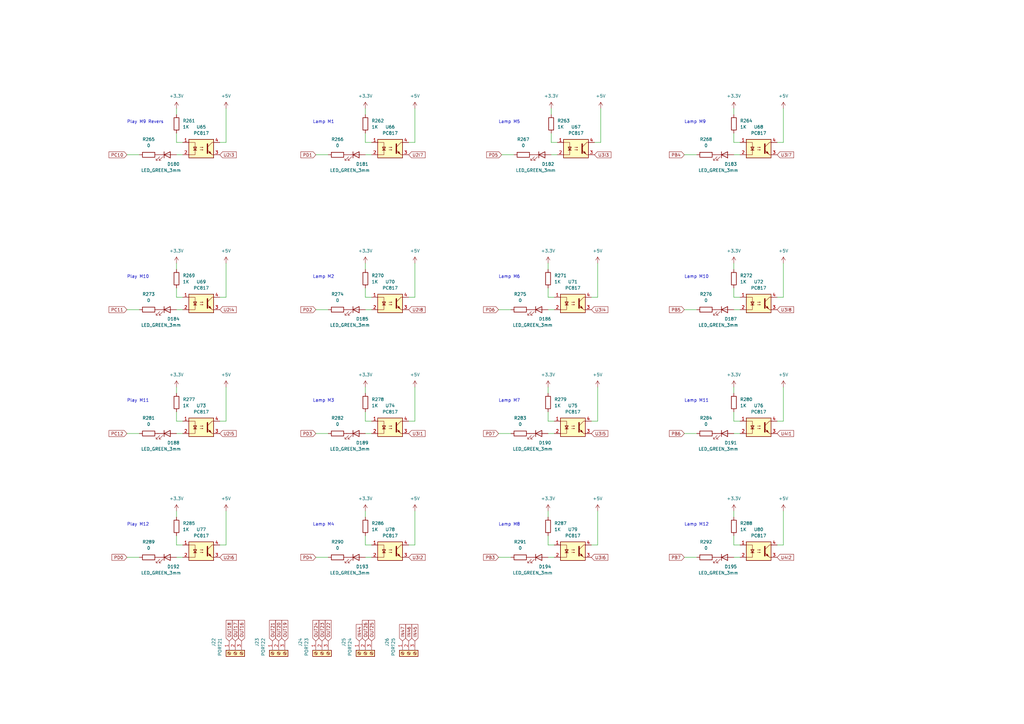
<source format=kicad_sch>
(kicad_sch (version 20211123) (generator eeschema)
  (paper "A3")
  (lib_symbols
    (symbol "Connector:Screw_Terminal_01x03" (pin_names (offset 1.016) hide)
      (property "Reference" "J" (at 0 5.08 0))
      (property "Value" "Screw_Terminal_01x03" (at 0 -5.08 0))
      (symbol "Screw_Terminal_01x03_1_1"
        (rectangle (start -1.27 3.81) (end 1.27 -3.81) (stroke (width 0.254)) (fill (type background)))
        (circle (center 0 -2.54) (radius 0.635) (stroke (width 0.1524)))
        (polyline (pts (xy -0.5334 -2.2098) (xy 0.3302 -3.048)) (stroke (width 0.1524)))
        (polyline (pts (xy -0.5334 0.3302) (xy 0.3302 -0.508)) (stroke (width 0.1524)))
        (polyline (pts (xy -0.5334 2.8702) (xy 0.3302 2.032)) (stroke (width 0.1524)))
        (polyline (pts (xy -0.3556 -2.032) (xy 0.508 -2.8702)) (stroke (width 0.1524)))
        (polyline (pts (xy -0.3556 0.508) (xy 0.508 -0.3302)) (stroke (width 0.1524)))
        (polyline (pts (xy -0.3556 3.048) (xy 0.508 2.2098)) (stroke (width 0.1524)))
        (circle (center 0 0) (radius 0.635) (stroke (width 0.1524)))
        (circle (center 0 2.54) (radius 0.635) (stroke (width 0.1524)))
        (pin passive line (at -5.08 2.54 0) (length 3.81) (name "Pin_1") (number "1"))
        (pin passive line (at -5.08 0 0) (length 3.81) (name "Pin_2") (number "2"))
        (pin passive line (at -5.08 -2.54 0) (length 3.81) (name "Pin_3") (number "3"))
      )
    )
    (symbol "Device:LED" (pin_numbers hide) (pin_names (offset 1.016) hide)
      (property "Reference" "D" (at 0 2.54 0))
      (property "Value" "LED" (at 0 -2.54 0))
      (symbol "LED_0_1"
        (polyline (pts (xy -1.27 -1.27) (xy -1.27 1.27)) (stroke (width 0.254)))
        (polyline (pts (xy -1.27 0) (xy 1.27 0)))
        (polyline (pts (xy 1.27 -1.27) (xy 1.27 1.27) (xy -1.27 0) (xy 1.27 -1.27)) (stroke (width 0.254)))
        (polyline (pts (xy -3.048 -0.762) (xy -4.572 -2.286) (xy -3.81 -2.286) (xy -4.572 -2.286) (xy -4.572 -1.524)))
        (polyline (pts (xy -1.778 -0.762) (xy -3.302 -2.286) (xy -2.54 -2.286) (xy -3.302 -2.286) (xy -3.302 -1.524)))
      )
      (symbol "LED_1_1"
        (pin passive line (at -3.81 0 0) (length 2.54) (name "K") (number "1"))
        (pin passive line (at 3.81 0 180) (length 2.54) (name "A") (number "2"))
      )
    )
    (symbol "Device:R" (pin_numbers hide) (pin_names (offset 0))
      (property "Reference" "R" (at 2.032 0 90))
      (property "Value" "R" (at 0 0 90))
      (symbol "R_0_1"
        (rectangle (start -1.016 -2.54) (end 1.016 2.54) (stroke (width 0.254)))
      )
      (symbol "R_1_1"
        (pin passive line (at 0 3.81 270) (length 1.27) (name "~") (number "1"))
        (pin passive line (at 0 -3.81 90) (length 1.27) (name "~") (number "2"))
      )
    )
    (symbol "Isolator:PC817" (pin_names (offset 1.016))
      (property "Reference" "U" (at -5.08 5.08 0))
      (property "Value" "PC817" (at 0 5.08 0))
      (symbol "PC817_0_1"
        (rectangle (start -5.08 3.81) (end 5.08 -3.81) (stroke (width 0.254)) (fill (type background)))
        (polyline (pts (xy -3.175 -0.635) (xy -1.905 -0.635)) (stroke (width 0.254)))
        (polyline (pts (xy 2.54 0.635) (xy 4.445 2.54)))
        (polyline (pts (xy 4.445 -2.54) (xy 2.54 -0.635)) (fill (type outline)))
        (polyline (pts (xy 4.445 -2.54) (xy 5.08 -2.54)))
        (polyline (pts (xy 4.445 2.54) (xy 5.08 2.54)))
        (polyline (pts (xy -5.08 2.54) (xy -2.54 2.54) (xy -2.54 -0.635)))
        (polyline (pts (xy -2.54 -0.635) (xy -2.54 -2.54) (xy -5.08 -2.54)))
        (polyline (pts (xy 2.54 1.905) (xy 2.54 -1.905) (xy 2.54 -1.905)) (stroke (width 0.508)))
        (polyline (pts (xy -2.54 -0.635) (xy -3.175 0.635) (xy -1.905 0.635) (xy -2.54 -0.635)) (stroke (width 0.254)))
        (polyline (pts (xy -0.508 -0.508) (xy 0.762 -0.508) (xy 0.381 -0.635) (xy 0.381 -0.381) (xy 0.762 -0.508)))
        (polyline (pts (xy -0.508 0.508) (xy 0.762 0.508) (xy 0.381 0.381) (xy 0.381 0.635) (xy 0.762 0.508)))
        (polyline (pts (xy 3.048 -1.651) (xy 3.556 -1.143) (xy 4.064 -2.159) (xy 3.048 -1.651) (xy 3.048 -1.651)) (fill (type outline)))
      )
      (symbol "PC817_1_1"
        (pin passive line (at -7.62 2.54 0) (length 2.54) (name "~") (number "1"))
        (pin passive line (at -7.62 -2.54 0) (length 2.54) (name "~") (number "2"))
        (pin passive line (at 7.62 -2.54 180) (length 2.54) (name "~") (number "3"))
        (pin passive line (at 7.62 2.54 180) (length 2.54) (name "~") (number "4"))
      )
    )
    (symbol "power:+3.3V" (power) (pin_names (offset 0))
      (property "Value" "+3.3V" (at 0 3.556 0))
      (symbol "+3.3V_0_1"
        (polyline (pts (xy -0.762 1.27) (xy 0 2.54)))
        (polyline (pts (xy 0 0) (xy 0 2.54)))
        (polyline (pts (xy 0 2.54) (xy 0.762 1.27)))
      )
      (symbol "+3.3V_1_1"
        (pin power_in line (at 0 0 90) (length 0) hide (name "+3.3V") (number "1"))
      )
    )
    (symbol "power:+5V" (power) (pin_names (offset 0))
      (property "Value" "+5V" (at 0 3.556 0))
      (symbol "+5V_0_1"
        (polyline (pts (xy -0.762 1.27) (xy 0 2.54)))
        (polyline (pts (xy 0 0) (xy 0 2.54)))
        (polyline (pts (xy 0 2.54) (xy 0.762 1.27)))
      )
      (symbol "+5V_1_1"
        (pin power_in line (at 0 0 90) (length 0) hide (name "+5V") (number "1"))
      )
    )
  )
  (wire (pts (xy 72.39 219.71) (xy 72.39 223.52)))
  (wire (pts (xy 90.17 58.42) (xy 92.71 58.42)))
  (wire (pts (xy 300.99 228.6) (xy 303.53 228.6)))
  (wire (pts (xy 72.39 58.42) (xy 74.93 58.42)))
  (wire (pts (xy 129.54 63.5) (xy 134.62 63.5)))
  (wire (pts (xy 321.31 107.95) (xy 321.31 121.92)))
  (wire (pts (xy 224.79 168.91) (xy 224.79 172.72)))
  (wire (pts (xy 224.79 127) (xy 227.33 127)))
  (wire (pts (xy 52.07 63.5) (xy 57.15 63.5)))
  (wire (pts (xy 242.57 223.52) (xy 245.11 223.52)))
  (wire (pts (xy 72.39 223.52) (xy 74.93 223.52)))
  (wire (pts (xy 300.99 58.42) (xy 303.53 58.42)))
  (wire (pts (xy 224.79 209.55) (xy 224.79 212.09)))
  (wire (pts (xy 224.79 177.8) (xy 227.33 177.8)))
  (wire (pts (xy 245.11 158.75) (xy 245.11 172.72)))
  (wire (pts (xy 300.99 44.45) (xy 300.99 46.99)))
  (wire (pts (xy 226.06 44.45) (xy 226.06 46.99)))
  (wire (pts (xy 300.99 107.95) (xy 300.99 110.49)))
  (wire (pts (xy 300.99 54.61) (xy 300.99 58.42)))
  (wire (pts (xy 246.38 44.45) (xy 246.38 58.42)))
  (wire (pts (xy 170.18 107.95) (xy 170.18 121.92)))
  (wire (pts (xy 242.57 172.72) (xy 245.11 172.72)))
  (wire (pts (xy 72.39 158.75) (xy 72.39 161.29)))
  (wire (pts (xy 149.86 58.42) (xy 152.4 58.42)))
  (wire (pts (xy 129.54 228.6) (xy 134.62 228.6)))
  (wire (pts (xy 226.06 54.61) (xy 226.06 58.42)))
  (wire (pts (xy 300.99 158.75) (xy 300.99 161.29)))
  (wire (pts (xy 149.86 172.72) (xy 152.4 172.72)))
  (wire (pts (xy 72.39 63.5) (xy 74.93 63.5)))
  (wire (pts (xy 224.79 107.95) (xy 224.79 110.49)))
  (wire (pts (xy 318.77 223.52) (xy 321.31 223.52)))
  (wire (pts (xy 149.86 107.95) (xy 149.86 110.49)))
  (wire (pts (xy 149.86 158.75) (xy 149.86 161.29)))
  (wire (pts (xy 321.31 158.75) (xy 321.31 172.72)))
  (wire (pts (xy 224.79 223.52) (xy 227.33 223.52)))
  (wire (pts (xy 72.39 172.72) (xy 74.93 172.72)))
  (wire (pts (xy 52.07 177.8) (xy 57.15 177.8)))
  (wire (pts (xy 243.84 58.42) (xy 246.38 58.42)))
  (wire (pts (xy 167.64 223.52) (xy 170.18 223.52)))
  (wire (pts (xy 300.99 172.72) (xy 303.53 172.72)))
  (wire (pts (xy 149.86 177.8) (xy 152.4 177.8)))
  (wire (pts (xy 149.86 121.92) (xy 152.4 121.92)))
  (wire (pts (xy 242.57 121.92) (xy 245.11 121.92)))
  (wire (pts (xy 92.71 107.95) (xy 92.71 121.92)))
  (wire (pts (xy 204.47 177.8) (xy 209.55 177.8)))
  (wire (pts (xy 72.39 209.55) (xy 72.39 212.09)))
  (wire (pts (xy 226.06 58.42) (xy 228.6 58.42)))
  (wire (pts (xy 72.39 228.6) (xy 74.93 228.6)))
  (wire (pts (xy 167.64 58.42) (xy 170.18 58.42)))
  (wire (pts (xy 300.99 63.5) (xy 303.53 63.5)))
  (wire (pts (xy 72.39 121.92) (xy 74.93 121.92)))
  (wire (pts (xy 72.39 168.91) (xy 72.39 172.72)))
  (wire (pts (xy 92.71 44.45) (xy 92.71 58.42)))
  (wire (pts (xy 72.39 107.95) (xy 72.39 110.49)))
  (wire (pts (xy 52.07 127) (xy 57.15 127)))
  (wire (pts (xy 224.79 121.92) (xy 227.33 121.92)))
  (wire (pts (xy 280.67 63.5) (xy 285.75 63.5)))
  (wire (pts (xy 90.17 172.72) (xy 92.71 172.72)))
  (wire (pts (xy 300.99 168.91) (xy 300.99 172.72)))
  (wire (pts (xy 149.86 168.91) (xy 149.86 172.72)))
  (wire (pts (xy 321.31 44.45) (xy 321.31 58.42)))
  (wire (pts (xy 170.18 209.55) (xy 170.18 223.52)))
  (wire (pts (xy 129.54 127) (xy 134.62 127)))
  (wire (pts (xy 72.39 54.61) (xy 72.39 58.42)))
  (wire (pts (xy 72.39 127) (xy 74.93 127)))
  (wire (pts (xy 300.99 209.55) (xy 300.99 212.09)))
  (wire (pts (xy 300.99 219.71) (xy 300.99 223.52)))
  (wire (pts (xy 149.86 44.45) (xy 149.86 46.99)))
  (wire (pts (xy 167.64 172.72) (xy 170.18 172.72)))
  (wire (pts (xy 72.39 44.45) (xy 72.39 46.99)))
  (wire (pts (xy 300.99 127) (xy 303.53 127)))
  (wire (pts (xy 280.67 177.8) (xy 285.75 177.8)))
  (wire (pts (xy 52.07 228.6) (xy 57.15 228.6)))
  (wire (pts (xy 224.79 228.6) (xy 227.33 228.6)))
  (wire (pts (xy 300.99 177.8) (xy 303.53 177.8)))
  (wire (pts (xy 149.86 118.11) (xy 149.86 121.92)))
  (wire (pts (xy 280.67 127) (xy 285.75 127)))
  (wire (pts (xy 245.11 107.95) (xy 245.11 121.92)))
  (wire (pts (xy 204.47 228.6) (xy 209.55 228.6)))
  (wire (pts (xy 90.17 121.92) (xy 92.71 121.92)))
  (wire (pts (xy 321.31 209.55) (xy 321.31 223.52)))
  (wire (pts (xy 318.77 172.72) (xy 321.31 172.72)))
  (wire (pts (xy 280.67 228.6) (xy 285.75 228.6)))
  (wire (pts (xy 92.71 158.75) (xy 92.71 172.72)))
  (wire (pts (xy 318.77 58.42) (xy 321.31 58.42)))
  (wire (pts (xy 72.39 118.11) (xy 72.39 121.92)))
  (wire (pts (xy 72.39 177.8) (xy 74.93 177.8)))
  (wire (pts (xy 149.86 228.6) (xy 152.4 228.6)))
  (wire (pts (xy 149.86 54.61) (xy 149.86 58.42)))
  (wire (pts (xy 90.17 223.52) (xy 92.71 223.52)))
  (wire (pts (xy 149.86 223.52) (xy 152.4 223.52)))
  (wire (pts (xy 224.79 158.75) (xy 224.79 161.29)))
  (wire (pts (xy 318.77 121.92) (xy 321.31 121.92)))
  (wire (pts (xy 149.86 209.55) (xy 149.86 212.09)))
  (wire (pts (xy 300.99 223.52) (xy 303.53 223.52)))
  (wire (pts (xy 149.86 127) (xy 152.4 127)))
  (wire (pts (xy 129.54 177.8) (xy 134.62 177.8)))
  (wire (pts (xy 205.74 63.5) (xy 210.82 63.5)))
  (wire (pts (xy 226.06 63.5) (xy 228.6 63.5)))
  (wire (pts (xy 300.99 118.11) (xy 300.99 121.92)))
  (wire (pts (xy 224.79 219.71) (xy 224.79 223.52)))
  (wire (pts (xy 170.18 44.45) (xy 170.18 58.42)))
  (wire (pts (xy 149.86 219.71) (xy 149.86 223.52)))
  (wire (pts (xy 170.18 158.75) (xy 170.18 172.72)))
  (wire (pts (xy 224.79 172.72) (xy 227.33 172.72)))
  (wire (pts (xy 245.11 209.55) (xy 245.11 223.52)))
  (wire (pts (xy 224.79 118.11) (xy 224.79 121.92)))
  (wire (pts (xy 300.99 121.92) (xy 303.53 121.92)))
  (wire (pts (xy 204.47 127) (xy 209.55 127)))
  (wire (pts (xy 149.86 63.5) (xy 152.4 63.5)))
  (wire (pts (xy 92.71 209.55) (xy 92.71 223.52)))
  (wire (pts (xy 167.64 121.92) (xy 170.18 121.92)))
  (text "Lamp M5" (at 204.47 50.8 0) (effects (font (size 1.27 1.27)) (justify left bottom)))
  (text "Lamp M12" (at 280.67 215.9 0) (effects (font (size 1.27 1.27)) (justify left bottom)))
  (text "Play M12" (at 52.07 215.9 0) (effects (font (size 1.27 1.27)) (justify left bottom)))
  (text "Lamp M1" (at 128.27 50.8 0) (effects (font (size 1.27 1.27)) (justify left bottom)))
  (text "Lamp M2" (at 128.27 114.3 0) (effects (font (size 1.27 1.27)) (justify left bottom)))
  (text "Lamp M10" (at 280.67 114.3 0) (effects (font (size 1.27 1.27)) (justify left bottom)))
  (text "Lamp M3" (at 128.27 165.1 0) (effects (font (size 1.27 1.27)) (justify left bottom)))
  (text "Lamp M6" (at 204.47 114.3 0) (effects (font (size 1.27 1.27)) (justify left bottom)))
  (text "Play M9 Revers" (at 52.07 50.8 0) (effects (font (size 1.27 1.27)) (justify left bottom)))
  (text "Lamp M4" (at 128.27 215.9 0) (effects (font (size 1.27 1.27)) (justify left bottom)))
  (text "Play M11" (at 52.07 165.1 0) (effects (font (size 1.27 1.27)) (justify left bottom)))
  (text "Lamp M7" (at 204.47 165.1 0) (effects (font (size 1.27 1.27)) (justify left bottom)))
  (text "Lamp M9" (at 280.67 50.8 0) (effects (font (size 1.27 1.27)) (justify left bottom)))
  (text "Lamp M11" (at 280.67 165.1 0) (effects (font (size 1.27 1.27)) (justify left bottom)))
  (text "Lamp M8" (at 204.47 215.9 0) (effects (font (size 1.27 1.27)) (justify left bottom)))
  (text "Play M10" (at 52.07 114.3 0) (effects (font (size 1.27 1.27)) (justify left bottom)))
  (global_label "IN47" (shape input) (at 165.1 262.89 90) (property "Intersheet References" "${INTERSHEET_REFS}" (effects hide)))
  (global_label "PD0" (shape input) (at 52.07 228.6 180) (property "Intersheet References" "${INTERSHEET_REFS}" (effects hide)))
  (global_label "PD6" (shape input) (at 204.47 127 180) (property "Intersheet References" "${INTERSHEET_REFS}" (effects hide)))
  (global_label "PB6" (shape input) (at 280.67 177.8 180) (property "Intersheet References" "${INTERSHEET_REFS}" (effects hide)))
  (global_label "PB4" (shape input) (at 280.67 63.5 180) (property "Intersheet References" "${INTERSHEET_REFS}" (effects hide)))
  (global_label "PC12" (shape input) (at 52.07 177.8 180) (property "Intersheet References" "${INTERSHEET_REFS}" (effects hide)))
  (global_label "OUT24" (shape input) (at 129.54 262.89 90) (property "Intersheet References" "${INTERSHEET_REFS}" (effects hide)))
  (global_label "U2I3" (shape input) (at 90.17 63.5 0) (property "Intersheet References" "${INTERSHEET_REFS}" (effects hide)))
  (global_label "OUT23" (shape input) (at 132.08 262.89 90) (property "Intersheet References" "${INTERSHEET_REFS}" (effects hide)))
  (global_label "U2I4" (shape input) (at 90.17 127 0) (property "Intersheet References" "${INTERSHEET_REFS}" (effects hide)))
  (global_label "PD2" (shape input) (at 129.54 127 180) (property "Intersheet References" "${INTERSHEET_REFS}" (effects hide)))
  (global_label "U4I2" (shape input) (at 318.77 228.6 0) (property "Intersheet References" "${INTERSHEET_REFS}" (effects hide)))
  (global_label "U2I6" (shape input) (at 90.17 228.6 0) (property "Intersheet References" "${INTERSHEET_REFS}" (effects hide)))
  (global_label "U3I7" (shape input) (at 318.77 63.5 0) (property "Intersheet References" "${INTERSHEET_REFS}" (effects hide)))
  (global_label "PD5" (shape input) (at 205.74 63.5 180) (property "Intersheet References" "${INTERSHEET_REFS}" (effects hide)))
  (global_label "U2I7" (shape input) (at 167.64 63.5 0) (property "Intersheet References" "${INTERSHEET_REFS}" (effects hide)))
  (global_label "PB3" (shape input) (at 204.47 228.6 180) (property "Intersheet References" "${INTERSHEET_REFS}" (effects hide)))
  (global_label "PD7" (shape input) (at 204.47 177.8 180) (property "Intersheet References" "${INTERSHEET_REFS}" (effects hide)))
  (global_label "U3I5" (shape input) (at 242.57 177.8 0) (property "Intersheet References" "${INTERSHEET_REFS}" (effects hide)))
  (global_label "OUT19" (shape input) (at 116.84 262.89 90) (property "Intersheet References" "${INTERSHEET_REFS}" (effects hide)))
  (global_label "U2I5" (shape input) (at 90.17 177.8 0) (property "Intersheet References" "${INTERSHEET_REFS}" (effects hide)))
  (global_label "PD1" (shape input) (at 129.54 63.5 180) (property "Intersheet References" "${INTERSHEET_REFS}" (effects hide)))
  (global_label "OUT16" (shape input) (at 99.06 262.89 90) (property "Intersheet References" "${INTERSHEET_REFS}" (effects hide)))
  (global_label "U4I1" (shape input) (at 318.77 177.8 0) (property "Intersheet References" "${INTERSHEET_REFS}" (effects hide)))
  (global_label "OUT18" (shape input) (at 93.98 262.89 90) (property "Intersheet References" "${INTERSHEET_REFS}" (effects hide)))
  (global_label "U3I8" (shape input) (at 318.77 127 0) (property "Intersheet References" "${INTERSHEET_REFS}" (effects hide)))
  (global_label "U3I3" (shape input) (at 243.84 63.5 0) (property "Intersheet References" "${INTERSHEET_REFS}" (effects hide)))
  (global_label "OUT17" (shape input) (at 96.52 262.89 90) (property "Intersheet References" "${INTERSHEET_REFS}" (effects hide)))
  (global_label "PC11" (shape input) (at 52.07 127 180) (property "Intersheet References" "${INTERSHEET_REFS}" (effects hide)))
  (global_label "PB7" (shape input) (at 280.67 228.6 180) (property "Intersheet References" "${INTERSHEET_REFS}" (effects hide)))
  (global_label "PD4" (shape input) (at 129.54 228.6 180) (property "Intersheet References" "${INTERSHEET_REFS}" (effects hide)))
  (global_label "U3I1" (shape input) (at 167.64 177.8 0) (property "Intersheet References" "${INTERSHEET_REFS}" (effects hide)))
  (global_label "OUT20" (shape input) (at 114.3 262.89 90) (property "Intersheet References" "${INTERSHEET_REFS}" (effects hide)))
  (global_label "OUT21" (shape input) (at 111.76 262.89 90) (property "Intersheet References" "${INTERSHEET_REFS}" (effects hide)))
  (global_label "PC10" (shape input) (at 52.07 63.5 180) (property "Intersheet References" "${INTERSHEET_REFS}" (effects hide)))
  (global_label "OUT26" (shape input) (at 149.86 262.89 90) (property "Intersheet References" "${INTERSHEET_REFS}" (effects hide)))
  (global_label "U3I2" (shape input) (at 167.64 228.6 0) (property "Intersheet References" "${INTERSHEET_REFS}" (effects hide)))
  (global_label "IN45" (shape input) (at 170.18 262.89 90) (property "Intersheet References" "${INTERSHEET_REFS}" (effects hide)))
  (global_label "OUT22" (shape input) (at 134.62 262.89 90) (property "Intersheet References" "${INTERSHEET_REFS}" (effects hide)))
  (global_label "PD3" (shape input) (at 129.54 177.8 180) (property "Intersheet References" "${INTERSHEET_REFS}" (effects hide)))
  (global_label "U2I8" (shape input) (at 167.64 127 0) (property "Intersheet References" "${INTERSHEET_REFS}" (effects hide)))
  (global_label "PB5" (shape input) (at 280.67 127 180) (property "Intersheet References" "${INTERSHEET_REFS}" (effects hide)))
  (global_label "OUT25" (shape input) (at 152.4 262.89 90) (property "Intersheet References" "${INTERSHEET_REFS}" (effects hide)))
  (global_label "U3I4" (shape input) (at 242.57 127 0) (property "Intersheet References" "${INTERSHEET_REFS}" (effects hide)))
  (global_label "IN44" (shape input) (at 147.32 262.89 90) (property "Intersheet References" "${INTERSHEET_REFS}" (effects hide)))
  (global_label "IN46" (shape input) (at 167.64 262.89 90) (property "Intersheet References" "${INTERSHEET_REFS}" (effects hide)))
  (global_label "U3I6" (shape input) (at 242.57 228.6 0) (property "Intersheet References" "${INTERSHEET_REFS}" (effects hide)))
  (symbol (lib_id "Device:R") (at 300.99 114.3 0) (unit 1)
    (property "Reference" "R272" (at 303.53 113.0299 0) (effects (justify left)))
    (property "Value" "1K" (at 303.53 115.5699 0) (effects (justify left)))
    (property "Footprint" "Resistor_SMD:R_0805_2012Metric" (effects hide))
  )
  (symbol (lib_id "power:+3.3V") (at 72.39 209.55 0) (unit 1)
    (property "Reference" "#PWR0165" (effects hide))
    (property "Value" "+3.3V" (at 72.39 204.47 0))
  )
  (symbol (lib_id "Isolator:PC817") (at 236.22 60.96 0) (unit 1)
    (property "Reference" "U67" (at 236.22 52.07 0))
    (property "Value" "PC817" (at 236.22 54.61 0))
    (property "Footprint" "Package_DIP:DIP-4_W7.62mm" (effects hide))
    (property "Datasheet" "http://www.soselectronic.cz/a_info/resource/d/pc817.pdf" (effects hide))
  )
  (symbol (lib_id "Device:LED") (at 222.25 63.5 0) (unit 1)
    (property "Reference" "D182" (at 224.79 67.31 0))
    (property "Value" "LED_GREEN_3mm" (at 219.71 69.85 0))
    (property "Footprint" "LED_THT:LED_D3.0mm" (effects hide))
  )
  (symbol (lib_id "Isolator:PC817") (at 234.95 175.26 0) (unit 1)
    (property "Reference" "U75" (at 234.95 166.37 0))
    (property "Value" "PC817" (at 234.95 168.91 0))
    (property "Footprint" "Package_DIP:DIP-4_W7.62mm" (effects hide))
    (property "Datasheet" "http://www.soselectronic.cz/a_info/resource/d/pc817.pdf" (effects hide))
  )
  (symbol (lib_id "power:+3.3V") (at 149.86 44.45 0) (unit 1)
    (property "Reference" "#PWR0143" (effects hide))
    (property "Value" "+3.3V" (at 149.86 39.37 0))
  )
  (symbol (lib_id "power:+3.3V") (at 149.86 158.75 0) (unit 1)
    (property "Reference" "#PWR0159" (effects hide))
    (property "Value" "+3.3V" (at 149.86 153.67 0))
  )
  (symbol (lib_id "Device:R") (at 214.63 63.5 90) (unit 1)
    (property "Reference" "R267" (at 214.63 57.15 90))
    (property "Value" "0" (at 214.63 59.69 90))
    (property "Footprint" "Resistor_SMD:R_0805_2012Metric" (effects hide))
  )
  (symbol (lib_id "power:+5V") (at 170.18 44.45 0) (unit 1)
    (property "Reference" "#PWR0144" (effects hide))
    (property "Value" "+5V" (at 170.18 39.37 0))
  )
  (symbol (lib_id "Device:R") (at 300.99 50.8 0) (unit 1)
    (property "Reference" "R264" (at 303.53 49.5299 0) (effects (justify left)))
    (property "Value" "1K" (at 303.53 52.0699 0) (effects (justify left)))
    (property "Footprint" "Resistor_SMD:R_0805_2012Metric" (effects hide))
  )
  (symbol (lib_id "Isolator:PC817") (at 82.55 124.46 0) (unit 1)
    (property "Reference" "U69" (at 82.55 115.57 0))
    (property "Value" "PC817" (at 82.55 118.11 0))
    (property "Footprint" "Package_DIP:DIP-4_W7.62mm" (effects hide))
    (property "Datasheet" "http://www.soselectronic.cz/a_info/resource/d/pc817.pdf" (effects hide))
  )
  (symbol (lib_id "Device:R") (at 138.43 63.5 90) (unit 1)
    (property "Reference" "R266" (at 138.43 57.15 90))
    (property "Value" "0" (at 138.43 59.69 90))
    (property "Footprint" "Resistor_SMD:R_0805_2012Metric" (effects hide))
  )
  (symbol (lib_id "Isolator:PC817") (at 160.02 175.26 0) (unit 1)
    (property "Reference" "U74" (at 160.02 166.37 0))
    (property "Value" "PC817" (at 160.02 168.91 0))
    (property "Footprint" "Package_DIP:DIP-4_W7.62mm" (effects hide))
    (property "Datasheet" "http://www.soselectronic.cz/a_info/resource/d/pc817.pdf" (effects hide))
  )
  (symbol (lib_id "power:+5V") (at 245.11 107.95 0) (unit 1)
    (property "Reference" "#PWR0154" (effects hide))
    (property "Value" "+5V" (at 245.11 102.87 0))
  )
  (symbol (lib_id "Device:R") (at 60.96 63.5 90) (unit 1)
    (property "Reference" "R265" (at 60.96 57.15 90))
    (property "Value" "0" (at 60.96 59.69 90))
    (property "Footprint" "Resistor_SMD:R_0805_2012Metric" (effects hide))
  )
  (symbol (lib_id "power:+3.3V") (at 72.39 107.95 0) (unit 1)
    (property "Reference" "#PWR0149" (effects hide))
    (property "Value" "+3.3V" (at 72.39 102.87 0))
  )
  (symbol (lib_id "Isolator:PC817") (at 82.55 226.06 0) (unit 1)
    (property "Reference" "U77" (at 82.55 217.17 0))
    (property "Value" "PC817" (at 82.55 219.71 0))
    (property "Footprint" "Package_DIP:DIP-4_W7.62mm" (effects hide))
    (property "Datasheet" "http://www.soselectronic.cz/a_info/resource/d/pc817.pdf" (effects hide))
  )
  (symbol (lib_id "Device:LED") (at 146.05 177.8 0) (unit 1)
    (property "Reference" "D189" (at 148.59 181.61 0))
    (property "Value" "LED_GREEN_3mm" (at 143.51 184.15 0))
    (property "Footprint" "LED_THT:LED_D3.0mm" (effects hide))
  )
  (symbol (lib_id "Device:R") (at 60.96 228.6 90) (unit 1)
    (property "Reference" "R289" (at 60.96 222.25 90))
    (property "Value" "0" (at 60.96 224.79 90))
    (property "Footprint" "Resistor_SMD:R_0805_2012Metric" (effects hide))
  )
  (symbol (lib_id "power:+3.3V") (at 300.99 158.75 0) (unit 1)
    (property "Reference" "#PWR0163" (effects hide))
    (property "Value" "+3.3V" (at 300.99 153.67 0))
  )
  (symbol (lib_id "power:+3.3V") (at 300.99 44.45 0) (unit 1)
    (property "Reference" "#PWR0147" (effects hide))
    (property "Value" "+3.3V" (at 300.99 39.37 0))
  )
  (symbol (lib_id "power:+3.3V") (at 72.39 44.45 0) (unit 1)
    (property "Reference" "#PWR0141" (effects hide))
    (property "Value" "+3.3V" (at 72.39 39.37 0))
  )
  (symbol (lib_id "Device:R") (at 72.39 114.3 0) (unit 1)
    (property "Reference" "R269" (at 74.93 113.0299 0) (effects (justify left)))
    (property "Value" "1K" (at 74.93 115.5699 0) (effects (justify left)))
    (property "Footprint" "Resistor_SMD:R_0805_2012Metric" (effects hide))
  )
  (symbol (lib_id "Device:R") (at 289.56 228.6 90) (unit 1)
    (property "Reference" "R292" (at 289.56 222.25 90))
    (property "Value" "0" (at 289.56 224.79 90))
    (property "Footprint" "Resistor_SMD:R_0805_2012Metric" (effects hide))
  )
  (symbol (lib_id "power:+3.3V") (at 224.79 158.75 0) (unit 1)
    (property "Reference" "#PWR0161" (effects hide))
    (property "Value" "+3.3V" (at 224.79 153.67 0))
  )
  (symbol (lib_id "Isolator:PC817") (at 311.15 60.96 0) (unit 1)
    (property "Reference" "U68" (at 311.15 52.07 0))
    (property "Value" "PC817" (at 311.15 54.61 0))
    (property "Footprint" "Package_DIP:DIP-4_W7.62mm" (effects hide))
    (property "Datasheet" "http://www.soselectronic.cz/a_info/resource/d/pc817.pdf" (effects hide))
  )
  (symbol (lib_id "Connector:Screw_Terminal_01x03") (at 149.86 267.97 90) (mirror x) (unit 1)
    (property "Reference" "J25" (at 140.97 261.62 0) (effects (justify left)))
    (property "Value" "PORT24" (at 143.51 261.62 0) (effects (justify left)))
    (property "Footprint" "MY_LIBRARYS:DG306-5.0-03P-12-00A" (effects hide))
  )
  (symbol (lib_id "power:+3.3V") (at 300.99 209.55 0) (unit 1)
    (property "Reference" "#PWR0171" (effects hide))
    (property "Value" "+3.3V" (at 300.99 204.47 0))
  )
  (symbol (lib_id "Device:R") (at 138.43 228.6 90) (unit 1)
    (property "Reference" "R290" (at 138.43 222.25 90))
    (property "Value" "0" (at 138.43 224.79 90))
    (property "Footprint" "Resistor_SMD:R_0805_2012Metric" (effects hide))
  )
  (symbol (lib_id "Isolator:PC817") (at 311.15 226.06 0) (unit 1)
    (property "Reference" "U80" (at 311.15 217.17 0))
    (property "Value" "PC817" (at 311.15 219.71 0))
    (property "Footprint" "Package_DIP:DIP-4_W7.62mm" (effects hide))
    (property "Datasheet" "http://www.soselectronic.cz/a_info/resource/d/pc817.pdf" (effects hide))
  )
  (symbol (lib_id "power:+5V") (at 92.71 44.45 0) (unit 1)
    (property "Reference" "#PWR0142" (effects hide))
    (property "Value" "+5V" (at 92.71 39.37 0))
  )
  (symbol (lib_id "Device:R") (at 138.43 177.8 90) (unit 1)
    (property "Reference" "R282" (at 138.43 171.45 90))
    (property "Value" "0" (at 138.43 173.99 90))
    (property "Footprint" "Resistor_SMD:R_0805_2012Metric" (effects hide))
  )
  (symbol (lib_id "Device:LED") (at 68.58 228.6 0) (unit 1)
    (property "Reference" "D192" (at 71.12 232.41 0))
    (property "Value" "LED_GREEN_3mm" (at 66.04 234.95 0))
    (property "Footprint" "LED_THT:LED_D3.0mm" (effects hide))
  )
  (symbol (lib_id "Device:LED") (at 68.58 177.8 0) (unit 1)
    (property "Reference" "D188" (at 71.12 181.61 0))
    (property "Value" "LED_GREEN_3mm" (at 66.04 184.15 0))
    (property "Footprint" "LED_THT:LED_D3.0mm" (effects hide))
  )
  (symbol (lib_id "Device:R") (at 72.39 215.9 0) (unit 1)
    (property "Reference" "R285" (at 74.93 214.6299 0) (effects (justify left)))
    (property "Value" "1K" (at 74.93 217.1699 0) (effects (justify left)))
    (property "Footprint" "Resistor_SMD:R_0805_2012Metric" (effects hide))
  )
  (symbol (lib_id "power:+5V") (at 245.11 209.55 0) (unit 1)
    (property "Reference" "#PWR0170" (effects hide))
    (property "Value" "+5V" (at 245.11 204.47 0))
  )
  (symbol (lib_id "power:+5V") (at 170.18 158.75 0) (unit 1)
    (property "Reference" "#PWR0160" (effects hide))
    (property "Value" "+5V" (at 170.18 153.67 0))
  )
  (symbol (lib_id "Device:R") (at 72.39 165.1 0) (unit 1)
    (property "Reference" "R277" (at 74.93 163.8299 0) (effects (justify left)))
    (property "Value" "1K" (at 74.93 166.3699 0) (effects (justify left)))
    (property "Footprint" "Resistor_SMD:R_0805_2012Metric" (effects hide))
  )
  (symbol (lib_id "power:+5V") (at 246.38 44.45 0) (unit 1)
    (property "Reference" "#PWR0146" (effects hide))
    (property "Value" "+5V" (at 246.38 39.37 0))
  )
  (symbol (lib_id "Device:R") (at 213.36 127 90) (unit 1)
    (property "Reference" "R275" (at 213.36 120.65 90))
    (property "Value" "0" (at 213.36 123.19 90))
    (property "Footprint" "Resistor_SMD:R_0805_2012Metric" (effects hide))
  )
  (symbol (lib_id "power:+3.3V") (at 226.06 44.45 0) (unit 1)
    (property "Reference" "#PWR0145" (effects hide))
    (property "Value" "+3.3V" (at 226.06 39.37 0))
  )
  (symbol (lib_id "Device:R") (at 224.79 165.1 0) (unit 1)
    (property "Reference" "R279" (at 227.33 163.8299 0) (effects (justify left)))
    (property "Value" "1K" (at 227.33 166.3699 0) (effects (justify left)))
    (property "Footprint" "Resistor_SMD:R_0805_2012Metric" (effects hide))
  )
  (symbol (lib_id "Device:LED") (at 297.18 63.5 0) (unit 1)
    (property "Reference" "D183" (at 299.72 67.31 0))
    (property "Value" "LED_GREEN_3mm" (at 294.64 69.85 0))
    (property "Footprint" "LED_THT:LED_D3.0mm" (effects hide))
  )
  (symbol (lib_id "Isolator:PC817") (at 82.55 60.96 0) (unit 1)
    (property "Reference" "U65" (at 82.55 52.07 0))
    (property "Value" "PC817" (at 82.55 54.61 0))
    (property "Footprint" "Package_DIP:DIP-4_W7.62mm" (effects hide))
    (property "Datasheet" "http://www.soselectronic.cz/a_info/resource/d/pc817.pdf" (effects hide))
  )
  (symbol (lib_id "Isolator:PC817") (at 160.02 124.46 0) (unit 1)
    (property "Reference" "U70" (at 160.02 115.57 0))
    (property "Value" "PC817" (at 160.02 118.11 0))
    (property "Footprint" "Package_DIP:DIP-4_W7.62mm" (effects hide))
    (property "Datasheet" "http://www.soselectronic.cz/a_info/resource/d/pc817.pdf" (effects hide))
  )
  (symbol (lib_id "Isolator:PC817") (at 234.95 124.46 0) (unit 1)
    (property "Reference" "U71" (at 234.95 115.57 0))
    (property "Value" "PC817" (at 234.95 118.11 0))
    (property "Footprint" "Package_DIP:DIP-4_W7.62mm" (effects hide))
    (property "Datasheet" "http://www.soselectronic.cz/a_info/resource/d/pc817.pdf" (effects hide))
  )
  (symbol (lib_id "power:+5V") (at 245.11 158.75 0) (unit 1)
    (property "Reference" "#PWR0162" (effects hide))
    (property "Value" "+5V" (at 245.11 153.67 0))
  )
  (symbol (lib_id "power:+5V") (at 321.31 158.75 0) (unit 1)
    (property "Reference" "#PWR0164" (effects hide))
    (property "Value" "+5V" (at 321.31 153.67 0))
  )
  (symbol (lib_id "Connector:Screw_Terminal_01x03") (at 96.52 267.97 90) (mirror x) (unit 1)
    (property "Reference" "J22" (at 87.63 261.62 0) (effects (justify left)))
    (property "Value" "PORT21" (at 90.17 261.62 0) (effects (justify left)))
    (property "Footprint" "MY_LIBRARYS:DG306-5.0-03P-12-00A" (effects hide))
  )
  (symbol (lib_id "Connector:Screw_Terminal_01x03") (at 167.64 267.97 90) (mirror x) (unit 1)
    (property "Reference" "J26" (at 158.75 261.62 0) (effects (justify left)))
    (property "Value" "PORT25" (at 161.29 261.62 0) (effects (justify left)))
    (property "Footprint" "MY_LIBRARYS:DG306-5.0-03P-12-00A" (effects hide))
  )
  (symbol (lib_id "Device:LED") (at 146.05 228.6 0) (unit 1)
    (property "Reference" "D193" (at 148.59 232.41 0))
    (property "Value" "LED_GREEN_3mm" (at 143.51 234.95 0))
    (property "Footprint" "LED_THT:LED_D3.0mm" (effects hide))
  )
  (symbol (lib_id "power:+5V") (at 92.71 209.55 0) (unit 1)
    (property "Reference" "#PWR0166" (effects hide))
    (property "Value" "+5V" (at 92.71 204.47 0))
  )
  (symbol (lib_id "Device:R") (at 289.56 127 90) (unit 1)
    (property "Reference" "R276" (at 289.56 120.65 90))
    (property "Value" "0" (at 289.56 123.19 90))
    (property "Footprint" "Resistor_SMD:R_0805_2012Metric" (effects hide))
  )
  (symbol (lib_id "Device:R") (at 289.56 177.8 90) (unit 1)
    (property "Reference" "R284" (at 289.56 171.45 90))
    (property "Value" "0" (at 289.56 173.99 90))
    (property "Footprint" "Resistor_SMD:R_0805_2012Metric" (effects hide))
  )
  (symbol (lib_id "power:+3.3V") (at 149.86 209.55 0) (unit 1)
    (property "Reference" "#PWR0167" (effects hide))
    (property "Value" "+3.3V" (at 149.86 204.47 0))
  )
  (symbol (lib_id "Device:R") (at 149.86 50.8 0) (unit 1)
    (property "Reference" "R262" (at 152.4 49.5299 0) (effects (justify left)))
    (property "Value" "1K" (at 152.4 52.0699 0) (effects (justify left)))
    (property "Footprint" "Resistor_SMD:R_0805_2012Metric" (effects hide))
  )
  (symbol (lib_id "power:+5V") (at 170.18 209.55 0) (unit 1)
    (property "Reference" "#PWR0168" (effects hide))
    (property "Value" "+5V" (at 170.18 204.47 0))
  )
  (symbol (lib_id "Device:R") (at 213.36 228.6 90) (unit 1)
    (property "Reference" "R291" (at 213.36 222.25 90))
    (property "Value" "0" (at 213.36 224.79 90))
    (property "Footprint" "Resistor_SMD:R_0805_2012Metric" (effects hide))
  )
  (symbol (lib_id "Device:R") (at 149.86 165.1 0) (unit 1)
    (property "Reference" "R278" (at 152.4 163.8299 0) (effects (justify left)))
    (property "Value" "1K" (at 152.4 166.3699 0) (effects (justify left)))
    (property "Footprint" "Resistor_SMD:R_0805_2012Metric" (effects hide))
  )
  (symbol (lib_id "Device:R") (at 289.56 63.5 90) (unit 1)
    (property "Reference" "R268" (at 289.56 57.15 90))
    (property "Value" "0" (at 289.56 59.69 90))
    (property "Footprint" "Resistor_SMD:R_0805_2012Metric" (effects hide))
  )
  (symbol (lib_id "Device:LED") (at 220.98 228.6 0) (unit 1)
    (property "Reference" "D194" (at 223.52 232.41 0))
    (property "Value" "LED_GREEN_3mm" (at 218.44 234.95 0))
    (property "Footprint" "LED_THT:LED_D3.0mm" (effects hide))
  )
  (symbol (lib_id "Device:R") (at 60.96 177.8 90) (unit 1)
    (property "Reference" "R281" (at 60.96 171.45 90))
    (property "Value" "0" (at 60.96 173.99 90))
    (property "Footprint" "Resistor_SMD:R_0805_2012Metric" (effects hide))
  )
  (symbol (lib_id "power:+5V") (at 170.18 107.95 0) (unit 1)
    (property "Reference" "#PWR0152" (effects hide))
    (property "Value" "+5V" (at 170.18 102.87 0))
  )
  (symbol (lib_id "Device:LED") (at 146.05 127 0) (unit 1)
    (property "Reference" "D185" (at 148.59 130.81 0))
    (property "Value" "LED_GREEN_3mm" (at 143.51 133.35 0))
    (property "Footprint" "LED_THT:LED_D3.0mm" (effects hide))
  )
  (symbol (lib_id "Device:LED") (at 297.18 127 0) (unit 1)
    (property "Reference" "D187" (at 299.72 130.81 0))
    (property "Value" "LED_GREEN_3mm" (at 294.64 133.35 0))
    (property "Footprint" "LED_THT:LED_D3.0mm" (effects hide))
  )
  (symbol (lib_id "Device:LED") (at 220.98 127 0) (unit 1)
    (property "Reference" "D186" (at 223.52 130.81 0))
    (property "Value" "LED_GREEN_3mm" (at 218.44 133.35 0))
    (property "Footprint" "LED_THT:LED_D3.0mm" (effects hide))
  )
  (symbol (lib_id "Connector:Screw_Terminal_01x03") (at 114.3 267.97 90) (mirror x) (unit 1)
    (property "Reference" "J23" (at 105.41 261.62 0) (effects (justify left)))
    (property "Value" "PORT22" (at 107.95 261.62 0) (effects (justify left)))
    (property "Footprint" "MY_LIBRARYS:DG306-5.0-03P-12-00A" (effects hide))
  )
  (symbol (lib_id "Connector:Screw_Terminal_01x03") (at 132.08 267.97 90) (mirror x) (unit 1)
    (property "Reference" "J24" (at 123.19 261.62 0) (effects (justify left)))
    (property "Value" "PORT23" (at 125.73 261.62 0) (effects (justify left)))
    (property "Footprint" "MY_LIBRARYS:DG306-5.0-03P-12-00A" (effects hide))
  )
  (symbol (lib_id "power:+3.3V") (at 72.39 158.75 0) (unit 1)
    (property "Reference" "#PWR0157" (effects hide))
    (property "Value" "+3.3V" (at 72.39 153.67 0))
  )
  (symbol (lib_id "Device:LED") (at 297.18 177.8 0) (unit 1)
    (property "Reference" "D191" (at 299.72 181.61 0))
    (property "Value" "LED_GREEN_3mm" (at 294.64 184.15 0))
    (property "Footprint" "LED_THT:LED_D3.0mm" (effects hide))
  )
  (symbol (lib_id "Isolator:PC817") (at 311.15 124.46 0) (unit 1)
    (property "Reference" "U72" (at 311.15 115.57 0))
    (property "Value" "PC817" (at 311.15 118.11 0))
    (property "Footprint" "Package_DIP:DIP-4_W7.62mm" (effects hide))
    (property "Datasheet" "http://www.soselectronic.cz/a_info/resource/d/pc817.pdf" (effects hide))
  )
  (symbol (lib_id "Device:R") (at 138.43 127 90) (unit 1)
    (property "Reference" "R274" (at 138.43 120.65 90))
    (property "Value" "0" (at 138.43 123.19 90))
    (property "Footprint" "Resistor_SMD:R_0805_2012Metric" (effects hide))
  )
  (symbol (lib_id "Device:R") (at 72.39 50.8 0) (unit 1)
    (property "Reference" "R261" (at 74.93 49.5299 0) (effects (justify left)))
    (property "Value" "1K" (at 74.93 52.0699 0) (effects (justify left)))
    (property "Footprint" "Resistor_SMD:R_0805_2012Metric" (effects hide))
  )
  (symbol (lib_id "Device:LED") (at 220.98 177.8 0) (unit 1)
    (property "Reference" "D190" (at 223.52 181.61 0))
    (property "Value" "LED_GREEN_3mm" (at 218.44 184.15 0))
    (property "Footprint" "LED_THT:LED_D3.0mm" (effects hide))
  )
  (symbol (lib_id "Isolator:PC817") (at 160.02 60.96 0) (unit 1)
    (property "Reference" "U66" (at 160.02 52.07 0))
    (property "Value" "PC817" (at 160.02 54.61 0))
    (property "Footprint" "Package_DIP:DIP-4_W7.62mm" (effects hide))
    (property "Datasheet" "http://www.soselectronic.cz/a_info/resource/d/pc817.pdf" (effects hide))
  )
  (symbol (lib_id "Device:LED") (at 146.05 63.5 0) (unit 1)
    (property "Reference" "D181" (at 148.59 67.31 0))
    (property "Value" "LED_GREEN_3mm" (at 143.51 69.85 0))
    (property "Footprint" "LED_THT:LED_D3.0mm" (effects hide))
  )
  (symbol (lib_id "power:+3.3V") (at 149.86 107.95 0) (unit 1)
    (property "Reference" "#PWR0151" (effects hide))
    (property "Value" "+3.3V" (at 149.86 102.87 0))
  )
  (symbol (lib_id "Device:R") (at 224.79 114.3 0) (unit 1)
    (property "Reference" "R271" (at 227.33 113.0299 0) (effects (justify left)))
    (property "Value" "1K" (at 227.33 115.5699 0) (effects (justify left)))
    (property "Footprint" "Resistor_SMD:R_0805_2012Metric" (effects hide))
  )
  (symbol (lib_id "Device:R") (at 213.36 177.8 90) (unit 1)
    (property "Reference" "R283" (at 213.36 171.45 90))
    (property "Value" "0" (at 213.36 173.99 90))
    (property "Footprint" "Resistor_SMD:R_0805_2012Metric" (effects hide))
  )
  (symbol (lib_id "power:+3.3V") (at 300.99 107.95 0) (unit 1)
    (property "Reference" "#PWR0155" (effects hide))
    (property "Value" "+3.3V" (at 300.99 102.87 0))
  )
  (symbol (lib_id "Isolator:PC817") (at 311.15 175.26 0) (unit 1)
    (property "Reference" "U76" (at 311.15 166.37 0))
    (property "Value" "PC817" (at 311.15 168.91 0))
    (property "Footprint" "Package_DIP:DIP-4_W7.62mm" (effects hide))
    (property "Datasheet" "http://www.soselectronic.cz/a_info/resource/d/pc817.pdf" (effects hide))
  )
  (symbol (lib_id "power:+5V") (at 92.71 107.95 0) (unit 1)
    (property "Reference" "#PWR0150" (effects hide))
    (property "Value" "+5V" (at 92.71 102.87 0))
  )
  (symbol (lib_id "power:+5V") (at 321.31 209.55 0) (unit 1)
    (property "Reference" "#PWR0172" (effects hide))
    (property "Value" "+5V" (at 321.31 204.47 0))
  )
  (symbol (lib_id "Device:LED") (at 68.58 63.5 0) (unit 1)
    (property "Reference" "D180" (at 71.12 67.31 0))
    (property "Value" "LED_GREEN_3mm" (at 66.04 69.85 0))
    (property "Footprint" "LED_THT:LED_D3.0mm" (effects hide))
  )
  (symbol (lib_id "Device:R") (at 300.99 165.1 0) (unit 1)
    (property "Reference" "R280" (at 303.53 163.8299 0) (effects (justify left)))
    (property "Value" "1K" (at 303.53 166.3699 0) (effects (justify left)))
    (property "Footprint" "Resistor_SMD:R_0805_2012Metric" (effects hide))
  )
  (symbol (lib_id "Isolator:PC817") (at 82.55 175.26 0) (unit 1)
    (property "Reference" "U73" (at 82.55 166.37 0))
    (property "Value" "PC817" (at 82.55 168.91 0))
    (property "Footprint" "Package_DIP:DIP-4_W7.62mm" (effects hide))
    (property "Datasheet" "http://www.soselectronic.cz/a_info/resource/d/pc817.pdf" (effects hide))
  )
  (symbol (lib_id "Device:R") (at 224.79 215.9 0) (unit 1)
    (property "Reference" "R287" (at 227.33 214.6299 0) (effects (justify left)))
    (property "Value" "1K" (at 227.33 217.1699 0) (effects (justify left)))
    (property "Footprint" "Resistor_SMD:R_0805_2012Metric" (effects hide))
  )
  (symbol (lib_id "power:+5V") (at 92.71 158.75 0) (unit 1)
    (property "Reference" "#PWR0158" (effects hide))
    (property "Value" "+5V" (at 92.71 153.67 0))
  )
  (symbol (lib_id "power:+3.3V") (at 224.79 107.95 0) (unit 1)
    (property "Reference" "#PWR0153" (effects hide))
    (property "Value" "+3.3V" (at 224.79 102.87 0))
  )
  (symbol (lib_id "Device:R") (at 60.96 127 90) (unit 1)
    (property "Reference" "R273" (at 60.96 120.65 90))
    (property "Value" "0" (at 60.96 123.19 90))
    (property "Footprint" "Resistor_SMD:R_0805_2012Metric" (effects hide))
  )
  (symbol (lib_id "Device:R") (at 226.06 50.8 0) (unit 1)
    (property "Reference" "R263" (at 228.6 49.5299 0) (effects (justify left)))
    (property "Value" "1K" (at 228.6 52.0699 0) (effects (justify left)))
    (property "Footprint" "Resistor_SMD:R_0805_2012Metric" (effects hide))
  )
  (symbol (lib_id "power:+3.3V") (at 224.79 209.55 0) (unit 1)
    (property "Reference" "#PWR0169" (effects hide))
    (property "Value" "+3.3V" (at 224.79 204.47 0))
  )
  (symbol (lib_id "power:+5V") (at 321.31 107.95 0) (unit 1)
    (property "Reference" "#PWR0156" (effects hide))
    (property "Value" "+5V" (at 321.31 102.87 0))
  )
  (symbol (lib_id "power:+5V") (at 321.31 44.45 0) (unit 1)
    (property "Reference" "#PWR0148" (effects hide))
    (property "Value" "+5V" (at 321.31 39.37 0))
  )
  (symbol (lib_id "Device:LED") (at 68.58 127 0) (unit 1)
    (property "Reference" "D184" (at 71.12 130.81 0))
    (property "Value" "LED_GREEN_3mm" (at 66.04 133.35 0))
    (property "Footprint" "LED_THT:LED_D3.0mm" (effects hide))
  )
  (symbol (lib_id "Device:LED") (at 297.18 228.6 0) (unit 1)
    (property "Reference" "D195" (at 299.72 232.41 0))
    (property "Value" "LED_GREEN_3mm" (at 294.64 234.95 0))
    (property "Footprint" "LED_THT:LED_D3.0mm" (effects hide))
  )
  (symbol (lib_id "Isolator:PC817") (at 234.95 226.06 0) (unit 1)
    (property "Reference" "U79" (at 234.95 217.17 0))
    (property "Value" "PC817" (at 234.95 219.71 0))
    (property "Footprint" "Package_DIP:DIP-4_W7.62mm" (effects hide))
    (property "Datasheet" "http://www.soselectronic.cz/a_info/resource/d/pc817.pdf" (effects hide))
  )
  (symbol (lib_id "Device:R") (at 149.86 215.9 0) (unit 1)
    (property "Reference" "R286" (at 152.4 214.6299 0) (effects (justify left)))
    (property "Value" "1K" (at 152.4 217.1699 0) (effects (justify left)))
    (property "Footprint" "Resistor_SMD:R_0805_2012Metric" (effects hide))
  )
  (symbol (lib_id "Device:R") (at 300.99 215.9 0) (unit 1)
    (property "Reference" "R288" (at 303.53 214.6299 0) (effects (justify left)))
    (property "Value" "1K" (at 303.53 217.1699 0) (effects (justify left)))
    (property "Footprint" "Resistor_SMD:R_0805_2012Metric" (effects hide))
  )
  (symbol (lib_id "Isolator:PC817") (at 160.02 226.06 0) (unit 1)
    (property "Reference" "U78" (at 160.02 217.17 0))
    (property "Value" "PC817" (at 160.02 219.71 0))
    (property "Footprint" "Package_DIP:DIP-4_W7.62mm" (effects hide))
    (property "Datasheet" "http://www.soselectronic.cz/a_info/resource/d/pc817.pdf" (effects hide))
  )
  (symbol (lib_id "Device:R") (at 149.86 114.3 0) (unit 1)
    (property "Reference" "R270" (at 152.4 113.0299 0) (effects (justify left)))
    (property "Value" "1K" (at 152.4 115.5699 0) (effects (justify left)))
    (property "Footprint" "Resistor_SMD:R_0805_2012Metric" (effects hide))
  )
)
</source>
